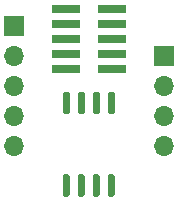
<source format=gbr>
%TF.GenerationSoftware,KiCad,Pcbnew,(5.1.7-0-10_14)*%
%TF.CreationDate,2020-11-09T13:54:58+00:00*%
%TF.ProjectId,STM32G031J6_Breakout,53544d33-3247-4303-9331-4a365f427265,rev?*%
%TF.SameCoordinates,Original*%
%TF.FileFunction,Soldermask,Top*%
%TF.FilePolarity,Negative*%
%FSLAX46Y46*%
G04 Gerber Fmt 4.6, Leading zero omitted, Abs format (unit mm)*
G04 Created by KiCad (PCBNEW (5.1.7-0-10_14)) date 2020-11-09 13:54:58*
%MOMM*%
%LPD*%
G01*
G04 APERTURE LIST*
%ADD10O,1.700000X1.700000*%
%ADD11R,1.700000X1.700000*%
%ADD12R,2.400000X0.740000*%
G04 APERTURE END LIST*
D10*
%TO.C,J4*%
X142240000Y-101600000D03*
X142240000Y-99060000D03*
X142240000Y-96520000D03*
D11*
X142240000Y-93980000D03*
%TD*%
D10*
%TO.C,J1*%
X129540000Y-101600000D03*
X129540000Y-99060000D03*
X129540000Y-96520000D03*
X129540000Y-93980000D03*
D11*
X129540000Y-91440000D03*
%TD*%
%TO.C,U2*%
G36*
G01*
X134071500Y-98923000D02*
X133771500Y-98923000D01*
G75*
G02*
X133621500Y-98773000I0J150000D01*
G01*
X133621500Y-97173000D01*
G75*
G02*
X133771500Y-97023000I150000J0D01*
G01*
X134071500Y-97023000D01*
G75*
G02*
X134221500Y-97173000I0J-150000D01*
G01*
X134221500Y-98773000D01*
G75*
G02*
X134071500Y-98923000I-150000J0D01*
G01*
G37*
G36*
G01*
X135341500Y-98923000D02*
X135041500Y-98923000D01*
G75*
G02*
X134891500Y-98773000I0J150000D01*
G01*
X134891500Y-97173000D01*
G75*
G02*
X135041500Y-97023000I150000J0D01*
G01*
X135341500Y-97023000D01*
G75*
G02*
X135491500Y-97173000I0J-150000D01*
G01*
X135491500Y-98773000D01*
G75*
G02*
X135341500Y-98923000I-150000J0D01*
G01*
G37*
G36*
G01*
X136611500Y-98923000D02*
X136311500Y-98923000D01*
G75*
G02*
X136161500Y-98773000I0J150000D01*
G01*
X136161500Y-97173000D01*
G75*
G02*
X136311500Y-97023000I150000J0D01*
G01*
X136611500Y-97023000D01*
G75*
G02*
X136761500Y-97173000I0J-150000D01*
G01*
X136761500Y-98773000D01*
G75*
G02*
X136611500Y-98923000I-150000J0D01*
G01*
G37*
G36*
G01*
X137881500Y-98923000D02*
X137581500Y-98923000D01*
G75*
G02*
X137431500Y-98773000I0J150000D01*
G01*
X137431500Y-97173000D01*
G75*
G02*
X137581500Y-97023000I150000J0D01*
G01*
X137881500Y-97023000D01*
G75*
G02*
X138031500Y-97173000I0J-150000D01*
G01*
X138031500Y-98773000D01*
G75*
G02*
X137881500Y-98923000I-150000J0D01*
G01*
G37*
G36*
G01*
X137881500Y-105923000D02*
X137581500Y-105923000D01*
G75*
G02*
X137431500Y-105773000I0J150000D01*
G01*
X137431500Y-104173000D01*
G75*
G02*
X137581500Y-104023000I150000J0D01*
G01*
X137881500Y-104023000D01*
G75*
G02*
X138031500Y-104173000I0J-150000D01*
G01*
X138031500Y-105773000D01*
G75*
G02*
X137881500Y-105923000I-150000J0D01*
G01*
G37*
G36*
G01*
X136611500Y-105923000D02*
X136311500Y-105923000D01*
G75*
G02*
X136161500Y-105773000I0J150000D01*
G01*
X136161500Y-104173000D01*
G75*
G02*
X136311500Y-104023000I150000J0D01*
G01*
X136611500Y-104023000D01*
G75*
G02*
X136761500Y-104173000I0J-150000D01*
G01*
X136761500Y-105773000D01*
G75*
G02*
X136611500Y-105923000I-150000J0D01*
G01*
G37*
G36*
G01*
X135341500Y-105923000D02*
X135041500Y-105923000D01*
G75*
G02*
X134891500Y-105773000I0J150000D01*
G01*
X134891500Y-104173000D01*
G75*
G02*
X135041500Y-104023000I150000J0D01*
G01*
X135341500Y-104023000D01*
G75*
G02*
X135491500Y-104173000I0J-150000D01*
G01*
X135491500Y-105773000D01*
G75*
G02*
X135341500Y-105923000I-150000J0D01*
G01*
G37*
G36*
G01*
X134071500Y-105923000D02*
X133771500Y-105923000D01*
G75*
G02*
X133621500Y-105773000I0J150000D01*
G01*
X133621500Y-104173000D01*
G75*
G02*
X133771500Y-104023000I150000J0D01*
G01*
X134071500Y-104023000D01*
G75*
G02*
X134221500Y-104173000I0J-150000D01*
G01*
X134221500Y-105773000D01*
G75*
G02*
X134071500Y-105923000I-150000J0D01*
G01*
G37*
%TD*%
D12*
%TO.C,J3*%
X137776500Y-95123000D03*
X133876500Y-95123000D03*
X137776500Y-93853000D03*
X133876500Y-93853000D03*
X137776500Y-92583000D03*
X133876500Y-92583000D03*
X137776500Y-91313000D03*
X133876500Y-91313000D03*
X137776500Y-90043000D03*
X133876500Y-90043000D03*
%TD*%
M02*

</source>
